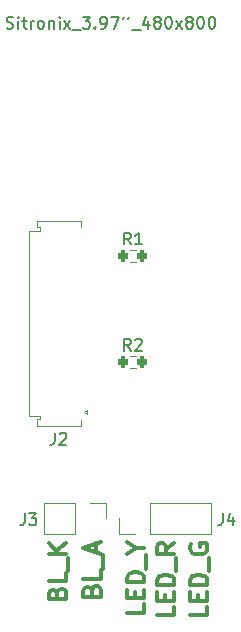
<source format=gbr>
%TF.GenerationSoftware,KiCad,Pcbnew,(6.0.9)*%
%TF.CreationDate,2022-11-21T18:53:06+08:00*%
%TF.ProjectId,Sitronix_3.97''_480x800,53697472-6f6e-4697-985f-332e39372727,rev?*%
%TF.SameCoordinates,Original*%
%TF.FileFunction,Legend,Top*%
%TF.FilePolarity,Positive*%
%FSLAX46Y46*%
G04 Gerber Fmt 4.6, Leading zero omitted, Abs format (unit mm)*
G04 Created by KiCad (PCBNEW (6.0.9)) date 2022-11-21 18:53:06*
%MOMM*%
%LPD*%
G01*
G04 APERTURE LIST*
G04 Aperture macros list*
%AMRoundRect*
0 Rectangle with rounded corners*
0 $1 Rounding radius*
0 $2 $3 $4 $5 $6 $7 $8 $9 X,Y pos of 4 corners*
0 Add a 4 corners polygon primitive as box body*
4,1,4,$2,$3,$4,$5,$6,$7,$8,$9,$2,$3,0*
0 Add four circle primitives for the rounded corners*
1,1,$1+$1,$2,$3*
1,1,$1+$1,$4,$5*
1,1,$1+$1,$6,$7*
1,1,$1+$1,$8,$9*
0 Add four rect primitives between the rounded corners*
20,1,$1+$1,$2,$3,$4,$5,0*
20,1,$1+$1,$4,$5,$6,$7,0*
20,1,$1+$1,$6,$7,$8,$9,0*
20,1,$1+$1,$8,$9,$2,$3,0*%
G04 Aperture macros list end*
%ADD10C,0.150000*%
%ADD11C,0.300000*%
%ADD12C,0.120000*%
%ADD13R,0.800000X0.260000*%
%ADD14R,0.650000X0.300000*%
%ADD15R,0.850000X0.400000*%
%ADD16RoundRect,0.200000X-0.200000X-0.275000X0.200000X-0.275000X0.200000X0.275000X-0.200000X0.275000X0*%
%ADD17R,1.700000X1.700000*%
%ADD18O,1.700000X1.700000*%
G04 APERTURE END LIST*
D10*
X76002666Y-62380761D02*
X76145523Y-62428380D01*
X76383619Y-62428380D01*
X76478857Y-62380761D01*
X76526476Y-62333142D01*
X76574095Y-62237904D01*
X76574095Y-62142666D01*
X76526476Y-62047428D01*
X76478857Y-61999809D01*
X76383619Y-61952190D01*
X76193142Y-61904571D01*
X76097904Y-61856952D01*
X76050285Y-61809333D01*
X76002666Y-61714095D01*
X76002666Y-61618857D01*
X76050285Y-61523619D01*
X76097904Y-61476000D01*
X76193142Y-61428380D01*
X76431238Y-61428380D01*
X76574095Y-61476000D01*
X77002666Y-62428380D02*
X77002666Y-61761714D01*
X77002666Y-61428380D02*
X76955047Y-61476000D01*
X77002666Y-61523619D01*
X77050285Y-61476000D01*
X77002666Y-61428380D01*
X77002666Y-61523619D01*
X77336000Y-61761714D02*
X77716952Y-61761714D01*
X77478857Y-61428380D02*
X77478857Y-62285523D01*
X77526476Y-62380761D01*
X77621714Y-62428380D01*
X77716952Y-62428380D01*
X78050285Y-62428380D02*
X78050285Y-61761714D01*
X78050285Y-61952190D02*
X78097904Y-61856952D01*
X78145523Y-61809333D01*
X78240761Y-61761714D01*
X78336000Y-61761714D01*
X78812190Y-62428380D02*
X78716952Y-62380761D01*
X78669333Y-62333142D01*
X78621714Y-62237904D01*
X78621714Y-61952190D01*
X78669333Y-61856952D01*
X78716952Y-61809333D01*
X78812190Y-61761714D01*
X78955047Y-61761714D01*
X79050285Y-61809333D01*
X79097904Y-61856952D01*
X79145523Y-61952190D01*
X79145523Y-62237904D01*
X79097904Y-62333142D01*
X79050285Y-62380761D01*
X78955047Y-62428380D01*
X78812190Y-62428380D01*
X79574095Y-61761714D02*
X79574095Y-62428380D01*
X79574095Y-61856952D02*
X79621714Y-61809333D01*
X79716952Y-61761714D01*
X79859809Y-61761714D01*
X79955047Y-61809333D01*
X80002666Y-61904571D01*
X80002666Y-62428380D01*
X80478857Y-62428380D02*
X80478857Y-61761714D01*
X80478857Y-61428380D02*
X80431238Y-61476000D01*
X80478857Y-61523619D01*
X80526476Y-61476000D01*
X80478857Y-61428380D01*
X80478857Y-61523619D01*
X80859809Y-62428380D02*
X81383619Y-61761714D01*
X80859809Y-61761714D02*
X81383619Y-62428380D01*
X81526476Y-62523619D02*
X82288380Y-62523619D01*
X82431238Y-61428380D02*
X83050285Y-61428380D01*
X82716952Y-61809333D01*
X82859809Y-61809333D01*
X82955047Y-61856952D01*
X83002666Y-61904571D01*
X83050285Y-61999809D01*
X83050285Y-62237904D01*
X83002666Y-62333142D01*
X82955047Y-62380761D01*
X82859809Y-62428380D01*
X82574095Y-62428380D01*
X82478857Y-62380761D01*
X82431238Y-62333142D01*
X83478857Y-62333142D02*
X83526476Y-62380761D01*
X83478857Y-62428380D01*
X83431238Y-62380761D01*
X83478857Y-62333142D01*
X83478857Y-62428380D01*
X84002666Y-62428380D02*
X84193142Y-62428380D01*
X84288380Y-62380761D01*
X84336000Y-62333142D01*
X84431238Y-62190285D01*
X84478857Y-61999809D01*
X84478857Y-61618857D01*
X84431238Y-61523619D01*
X84383619Y-61476000D01*
X84288380Y-61428380D01*
X84097904Y-61428380D01*
X84002666Y-61476000D01*
X83955047Y-61523619D01*
X83907428Y-61618857D01*
X83907428Y-61856952D01*
X83955047Y-61952190D01*
X84002666Y-61999809D01*
X84097904Y-62047428D01*
X84288380Y-62047428D01*
X84383619Y-61999809D01*
X84431238Y-61952190D01*
X84478857Y-61856952D01*
X84812190Y-61428380D02*
X85478857Y-61428380D01*
X85050285Y-62428380D01*
X85907428Y-61428380D02*
X85812190Y-61618857D01*
X86383619Y-61428380D02*
X86288380Y-61618857D01*
X86574095Y-62523619D02*
X87336000Y-62523619D01*
X88002666Y-61761714D02*
X88002666Y-62428380D01*
X87764571Y-61380761D02*
X87526476Y-62095047D01*
X88145523Y-62095047D01*
X88669333Y-61856952D02*
X88574095Y-61809333D01*
X88526476Y-61761714D01*
X88478857Y-61666476D01*
X88478857Y-61618857D01*
X88526476Y-61523619D01*
X88574095Y-61476000D01*
X88669333Y-61428380D01*
X88859809Y-61428380D01*
X88955047Y-61476000D01*
X89002666Y-61523619D01*
X89050285Y-61618857D01*
X89050285Y-61666476D01*
X89002666Y-61761714D01*
X88955047Y-61809333D01*
X88859809Y-61856952D01*
X88669333Y-61856952D01*
X88574095Y-61904571D01*
X88526476Y-61952190D01*
X88478857Y-62047428D01*
X88478857Y-62237904D01*
X88526476Y-62333142D01*
X88574095Y-62380761D01*
X88669333Y-62428380D01*
X88859809Y-62428380D01*
X88955047Y-62380761D01*
X89002666Y-62333142D01*
X89050285Y-62237904D01*
X89050285Y-62047428D01*
X89002666Y-61952190D01*
X88955047Y-61904571D01*
X88859809Y-61856952D01*
X89669333Y-61428380D02*
X89764571Y-61428380D01*
X89859809Y-61476000D01*
X89907428Y-61523619D01*
X89955047Y-61618857D01*
X90002666Y-61809333D01*
X90002666Y-62047428D01*
X89955047Y-62237904D01*
X89907428Y-62333142D01*
X89859809Y-62380761D01*
X89764571Y-62428380D01*
X89669333Y-62428380D01*
X89574095Y-62380761D01*
X89526476Y-62333142D01*
X89478857Y-62237904D01*
X89431238Y-62047428D01*
X89431238Y-61809333D01*
X89478857Y-61618857D01*
X89526476Y-61523619D01*
X89574095Y-61476000D01*
X89669333Y-61428380D01*
X90336000Y-62428380D02*
X90859809Y-61761714D01*
X90336000Y-61761714D02*
X90859809Y-62428380D01*
X91383619Y-61856952D02*
X91288380Y-61809333D01*
X91240761Y-61761714D01*
X91193142Y-61666476D01*
X91193142Y-61618857D01*
X91240761Y-61523619D01*
X91288380Y-61476000D01*
X91383619Y-61428380D01*
X91574095Y-61428380D01*
X91669333Y-61476000D01*
X91716952Y-61523619D01*
X91764571Y-61618857D01*
X91764571Y-61666476D01*
X91716952Y-61761714D01*
X91669333Y-61809333D01*
X91574095Y-61856952D01*
X91383619Y-61856952D01*
X91288380Y-61904571D01*
X91240761Y-61952190D01*
X91193142Y-62047428D01*
X91193142Y-62237904D01*
X91240761Y-62333142D01*
X91288380Y-62380761D01*
X91383619Y-62428380D01*
X91574095Y-62428380D01*
X91669333Y-62380761D01*
X91716952Y-62333142D01*
X91764571Y-62237904D01*
X91764571Y-62047428D01*
X91716952Y-61952190D01*
X91669333Y-61904571D01*
X91574095Y-61856952D01*
X92383619Y-61428380D02*
X92478857Y-61428380D01*
X92574095Y-61476000D01*
X92621714Y-61523619D01*
X92669333Y-61618857D01*
X92716952Y-61809333D01*
X92716952Y-62047428D01*
X92669333Y-62237904D01*
X92621714Y-62333142D01*
X92574095Y-62380761D01*
X92478857Y-62428380D01*
X92383619Y-62428380D01*
X92288380Y-62380761D01*
X92240761Y-62333142D01*
X92193142Y-62237904D01*
X92145523Y-62047428D01*
X92145523Y-61809333D01*
X92193142Y-61618857D01*
X92240761Y-61523619D01*
X92288380Y-61476000D01*
X92383619Y-61428380D01*
X93336000Y-61428380D02*
X93431238Y-61428380D01*
X93526476Y-61476000D01*
X93574095Y-61523619D01*
X93621714Y-61618857D01*
X93669333Y-61809333D01*
X93669333Y-62047428D01*
X93621714Y-62237904D01*
X93574095Y-62333142D01*
X93526476Y-62380761D01*
X93431238Y-62428380D01*
X93336000Y-62428380D01*
X93240761Y-62380761D01*
X93193142Y-62333142D01*
X93145523Y-62237904D01*
X93097904Y-62047428D01*
X93097904Y-61809333D01*
X93145523Y-61618857D01*
X93193142Y-61523619D01*
X93240761Y-61476000D01*
X93336000Y-61428380D01*
D11*
X93007571Y-111378714D02*
X93007571Y-112093000D01*
X91507571Y-112093000D01*
X92221857Y-110878714D02*
X92221857Y-110378714D01*
X93007571Y-110164428D02*
X93007571Y-110878714D01*
X91507571Y-110878714D01*
X91507571Y-110164428D01*
X93007571Y-109521571D02*
X91507571Y-109521571D01*
X91507571Y-109164428D01*
X91579000Y-108950142D01*
X91721857Y-108807285D01*
X91864714Y-108735857D01*
X92150428Y-108664428D01*
X92364714Y-108664428D01*
X92650428Y-108735857D01*
X92793285Y-108807285D01*
X92936142Y-108950142D01*
X93007571Y-109164428D01*
X93007571Y-109521571D01*
X93150428Y-108378714D02*
X93150428Y-107235857D01*
X91579000Y-106093000D02*
X91507571Y-106235857D01*
X91507571Y-106450142D01*
X91579000Y-106664428D01*
X91721857Y-106807285D01*
X91864714Y-106878714D01*
X92150428Y-106950142D01*
X92364714Y-106950142D01*
X92650428Y-106878714D01*
X92793285Y-106807285D01*
X92936142Y-106664428D01*
X93007571Y-106450142D01*
X93007571Y-106307285D01*
X92936142Y-106093000D01*
X92864714Y-106021571D01*
X92364714Y-106021571D01*
X92364714Y-106307285D01*
X90213571Y-111378714D02*
X90213571Y-112093000D01*
X88713571Y-112093000D01*
X89427857Y-110878714D02*
X89427857Y-110378714D01*
X90213571Y-110164428D02*
X90213571Y-110878714D01*
X88713571Y-110878714D01*
X88713571Y-110164428D01*
X90213571Y-109521571D02*
X88713571Y-109521571D01*
X88713571Y-109164428D01*
X88785000Y-108950142D01*
X88927857Y-108807285D01*
X89070714Y-108735857D01*
X89356428Y-108664428D01*
X89570714Y-108664428D01*
X89856428Y-108735857D01*
X89999285Y-108807285D01*
X90142142Y-108950142D01*
X90213571Y-109164428D01*
X90213571Y-109521571D01*
X90356428Y-108378714D02*
X90356428Y-107235857D01*
X90213571Y-106021571D02*
X89499285Y-106521571D01*
X90213571Y-106878714D02*
X88713571Y-106878714D01*
X88713571Y-106307285D01*
X88785000Y-106164428D01*
X88856428Y-106093000D01*
X88999285Y-106021571D01*
X89213571Y-106021571D01*
X89356428Y-106093000D01*
X89427857Y-106164428D01*
X89499285Y-106307285D01*
X89499285Y-106878714D01*
X87673571Y-111164428D02*
X87673571Y-111878714D01*
X86173571Y-111878714D01*
X86887857Y-110664428D02*
X86887857Y-110164428D01*
X87673571Y-109950142D02*
X87673571Y-110664428D01*
X86173571Y-110664428D01*
X86173571Y-109950142D01*
X87673571Y-109307285D02*
X86173571Y-109307285D01*
X86173571Y-108950142D01*
X86245000Y-108735857D01*
X86387857Y-108592999D01*
X86530714Y-108521571D01*
X86816428Y-108450142D01*
X87030714Y-108450142D01*
X87316428Y-108521571D01*
X87459285Y-108592999D01*
X87602142Y-108735857D01*
X87673571Y-108950142D01*
X87673571Y-109307285D01*
X87816428Y-108164428D02*
X87816428Y-107021571D01*
X86959285Y-106378714D02*
X87673571Y-106378714D01*
X86173571Y-106878714D02*
X86959285Y-106378714D01*
X86173571Y-105878714D01*
X83204857Y-110021571D02*
X83276285Y-109807286D01*
X83347714Y-109735857D01*
X83490571Y-109664428D01*
X83704857Y-109664428D01*
X83847714Y-109735857D01*
X83919142Y-109807286D01*
X83990571Y-109950143D01*
X83990571Y-110521571D01*
X82490571Y-110521571D01*
X82490571Y-110021571D01*
X82562000Y-109878714D01*
X82633428Y-109807286D01*
X82776285Y-109735857D01*
X82919142Y-109735857D01*
X83062000Y-109807286D01*
X83133428Y-109878714D01*
X83204857Y-110021571D01*
X83204857Y-110521571D01*
X83990571Y-108307286D02*
X83990571Y-109021571D01*
X82490571Y-109021571D01*
X84133428Y-108164428D02*
X84133428Y-107021571D01*
X83562000Y-106735857D02*
X83562000Y-106021571D01*
X83990571Y-106878714D02*
X82490571Y-106378714D01*
X83990571Y-105878714D01*
X80283857Y-110235857D02*
X80355285Y-110021571D01*
X80426714Y-109950143D01*
X80569571Y-109878714D01*
X80783857Y-109878714D01*
X80926714Y-109950143D01*
X80998142Y-110021571D01*
X81069571Y-110164429D01*
X81069571Y-110735857D01*
X79569571Y-110735857D01*
X79569571Y-110235857D01*
X79641000Y-110093000D01*
X79712428Y-110021571D01*
X79855285Y-109950143D01*
X79998142Y-109950143D01*
X80141000Y-110021571D01*
X80212428Y-110093000D01*
X80283857Y-110235857D01*
X80283857Y-110735857D01*
X81069571Y-108521571D02*
X81069571Y-109235857D01*
X79569571Y-109235857D01*
X81212428Y-108378714D02*
X81212428Y-107235857D01*
X81069571Y-106878714D02*
X79569571Y-106878714D01*
X81069571Y-106021571D02*
X80212428Y-106664429D01*
X79569571Y-106021571D02*
X80426714Y-106878714D01*
D10*
%TO.C,J2*%
X80057666Y-96648380D02*
X80057666Y-97362666D01*
X80010047Y-97505523D01*
X79914809Y-97600761D01*
X79771952Y-97648380D01*
X79676714Y-97648380D01*
X80486238Y-96743619D02*
X80533857Y-96696000D01*
X80629095Y-96648380D01*
X80867190Y-96648380D01*
X80962428Y-96696000D01*
X81010047Y-96743619D01*
X81057666Y-96838857D01*
X81057666Y-96934095D01*
X81010047Y-97076952D01*
X80438619Y-97648380D01*
X81057666Y-97648380D01*
%TO.C,R2*%
X86510333Y-89698380D02*
X86177000Y-89222190D01*
X85938904Y-89698380D02*
X85938904Y-88698380D01*
X86319857Y-88698380D01*
X86415095Y-88746000D01*
X86462714Y-88793619D01*
X86510333Y-88888857D01*
X86510333Y-89031714D01*
X86462714Y-89126952D01*
X86415095Y-89174571D01*
X86319857Y-89222190D01*
X85938904Y-89222190D01*
X86891285Y-88793619D02*
X86938904Y-88746000D01*
X87034142Y-88698380D01*
X87272238Y-88698380D01*
X87367476Y-88746000D01*
X87415095Y-88793619D01*
X87462714Y-88888857D01*
X87462714Y-88984095D01*
X87415095Y-89126952D01*
X86843666Y-89698380D01*
X87462714Y-89698380D01*
%TO.C,J4*%
X94281666Y-103465380D02*
X94281666Y-104179666D01*
X94234047Y-104322523D01*
X94138809Y-104417761D01*
X93995952Y-104465380D01*
X93900714Y-104465380D01*
X95186428Y-103798714D02*
X95186428Y-104465380D01*
X94948333Y-103417761D02*
X94710238Y-104132047D01*
X95329285Y-104132047D01*
%TO.C,J3*%
X77517666Y-103465380D02*
X77517666Y-104179666D01*
X77470047Y-104322523D01*
X77374809Y-104417761D01*
X77231952Y-104465380D01*
X77136714Y-104465380D01*
X77898619Y-103465380D02*
X78517666Y-103465380D01*
X78184333Y-103846333D01*
X78327190Y-103846333D01*
X78422428Y-103893952D01*
X78470047Y-103941571D01*
X78517666Y-104036809D01*
X78517666Y-104274904D01*
X78470047Y-104370142D01*
X78422428Y-104417761D01*
X78327190Y-104465380D01*
X78041476Y-104465380D01*
X77946238Y-104417761D01*
X77898619Y-104370142D01*
%TO.C,R1*%
X86510333Y-80698380D02*
X86177000Y-80222190D01*
X85938904Y-80698380D02*
X85938904Y-79698380D01*
X86319857Y-79698380D01*
X86415095Y-79746000D01*
X86462714Y-79793619D01*
X86510333Y-79888857D01*
X86510333Y-80031714D01*
X86462714Y-80126952D01*
X86415095Y-80174571D01*
X86319857Y-80222190D01*
X85938904Y-80222190D01*
X87462714Y-80698380D02*
X86891285Y-80698380D01*
X87177000Y-80698380D02*
X87177000Y-79698380D01*
X87081761Y-79841238D01*
X86986523Y-79936476D01*
X86891285Y-79984095D01*
D12*
%TO.C,J2*%
X77928000Y-79526000D02*
X77928000Y-87376000D01*
X78838000Y-95226000D02*
X77928000Y-95226000D01*
X78588000Y-95516000D02*
X78838000Y-95516000D01*
X82578000Y-94876000D02*
X82790132Y-94726000D01*
X78838000Y-79236000D02*
X78838000Y-79526000D01*
X78838000Y-95516000D02*
X78838000Y-95226000D01*
X82790132Y-95026000D02*
X82578000Y-94876000D01*
X82338000Y-79216000D02*
X82338000Y-78716000D01*
X82338000Y-96036000D02*
X78588000Y-96036000D01*
X77928000Y-95226000D02*
X77928000Y-87376000D01*
X82338000Y-95536000D02*
X82338000Y-96036000D01*
X82338000Y-78716000D02*
X78588000Y-78716000D01*
X78838000Y-79526000D02*
X77928000Y-79526000D01*
X78588000Y-78716000D02*
X78588000Y-79236000D01*
X82790132Y-94726000D02*
X82790132Y-95026000D01*
X78588000Y-79236000D02*
X78838000Y-79236000D01*
X78588000Y-96036000D02*
X78588000Y-95516000D01*
%TO.C,R2*%
X86439742Y-91198500D02*
X86914258Y-91198500D01*
X86439742Y-90153500D02*
X86914258Y-90153500D01*
%TO.C,J4*%
X84378000Y-102556000D02*
X84378000Y-103886000D01*
X83048000Y-102556000D02*
X84378000Y-102556000D01*
X79178000Y-102556000D02*
X79178000Y-105216000D01*
X81778000Y-105216000D02*
X79178000Y-105216000D01*
X81778000Y-102556000D02*
X81778000Y-105216000D01*
X81778000Y-102556000D02*
X79178000Y-102556000D01*
%TO.C,J3*%
X88138000Y-102556000D02*
X93278000Y-102556000D01*
X88138000Y-105216000D02*
X88138000Y-102556000D01*
X88138000Y-105216000D02*
X93278000Y-105216000D01*
X93278000Y-105216000D02*
X93278000Y-102556000D01*
X85538000Y-105216000D02*
X85538000Y-103886000D01*
X86868000Y-105216000D02*
X85538000Y-105216000D01*
%TO.C,R1*%
X86439742Y-82198500D02*
X86914258Y-82198500D01*
X86439742Y-81153500D02*
X86914258Y-81153500D01*
%TD*%
%LPC*%
D13*
%TO.C,J2*%
X81918000Y-94876000D03*
D14*
X79043000Y-94576000D03*
D13*
X81918000Y-94276000D03*
D14*
X79043000Y-93976000D03*
D13*
X81918000Y-93676000D03*
D14*
X79043000Y-93376000D03*
D13*
X81918000Y-93076000D03*
D14*
X79043000Y-92776000D03*
D13*
X81918000Y-92476000D03*
D14*
X79043000Y-92176000D03*
D13*
X81918000Y-91876000D03*
D14*
X79043000Y-91576000D03*
D13*
X81918000Y-91276000D03*
D14*
X79043000Y-90976000D03*
D13*
X81918000Y-90676000D03*
D14*
X79043000Y-90376000D03*
D13*
X81918000Y-90076000D03*
D14*
X79043000Y-89776000D03*
D13*
X81918000Y-89476000D03*
D14*
X79043000Y-89176000D03*
D13*
X81918000Y-88876000D03*
D14*
X79043000Y-88576000D03*
D13*
X81918000Y-88276000D03*
D14*
X79043000Y-87976000D03*
D13*
X81918000Y-87676000D03*
D14*
X79043000Y-87376000D03*
D13*
X81918000Y-87076000D03*
D14*
X79043000Y-86776000D03*
D13*
X81918000Y-86476000D03*
D14*
X79043000Y-86176000D03*
D13*
X81918000Y-85876000D03*
D14*
X79043000Y-85576000D03*
D13*
X81918000Y-85276000D03*
D14*
X79043000Y-84976000D03*
D13*
X81918000Y-84676000D03*
D14*
X79043000Y-84376000D03*
D13*
X81918000Y-84076000D03*
D14*
X79043000Y-83776000D03*
D13*
X81918000Y-83476000D03*
D14*
X79043000Y-83176000D03*
D13*
X81918000Y-82876000D03*
D14*
X79043000Y-82576000D03*
D13*
X81918000Y-82276000D03*
D14*
X79043000Y-81976000D03*
D13*
X81918000Y-81676000D03*
D14*
X79043000Y-81376000D03*
D13*
X81918000Y-81076000D03*
D14*
X79043000Y-80776000D03*
D13*
X81918000Y-80476000D03*
D14*
X79043000Y-80176000D03*
D13*
X81918000Y-79876000D03*
D15*
X81593000Y-95576000D03*
X81593000Y-79176000D03*
%TD*%
D16*
%TO.C,R2*%
X85852000Y-90676000D03*
X87502000Y-90676000D03*
%TD*%
D17*
%TO.C,J4*%
X83048000Y-103886000D03*
D18*
X80508000Y-103886000D03*
%TD*%
D17*
%TO.C,J3*%
X86868000Y-103886000D03*
D18*
X89408000Y-103886000D03*
X91948000Y-103886000D03*
%TD*%
D16*
%TO.C,R1*%
X85852000Y-81676000D03*
X87502000Y-81676000D03*
%TD*%
D17*
%TO.C,J1*%
X100564000Y-63276000D03*
D18*
X103104000Y-63276000D03*
X100564000Y-65816000D03*
X103104000Y-65816000D03*
X100564000Y-68356000D03*
X103104000Y-68356000D03*
X100564000Y-70896000D03*
X103104000Y-70896000D03*
X100564000Y-73436000D03*
X103104000Y-73436000D03*
X100564000Y-75976000D03*
X103104000Y-75976000D03*
X100564000Y-78516000D03*
X103104000Y-78516000D03*
X100564000Y-81056000D03*
X103104000Y-81056000D03*
X100564000Y-83596000D03*
X103104000Y-83596000D03*
X100564000Y-86136000D03*
X103104000Y-86136000D03*
X100564000Y-88676000D03*
X103104000Y-88676000D03*
X100564000Y-91216000D03*
X103104000Y-91216000D03*
X100564000Y-93756000D03*
X103104000Y-93756000D03*
X100564000Y-96296000D03*
X103104000Y-96296000D03*
X100564000Y-98836000D03*
X103104000Y-98836000D03*
X100564000Y-101376000D03*
X103104000Y-101376000D03*
X100564000Y-103916000D03*
X103104000Y-103916000D03*
X100564000Y-106456000D03*
X103104000Y-106456000D03*
X100564000Y-108996000D03*
X103104000Y-108996000D03*
X100564000Y-111536000D03*
X103104000Y-111536000D03*
%TD*%
M02*

</source>
